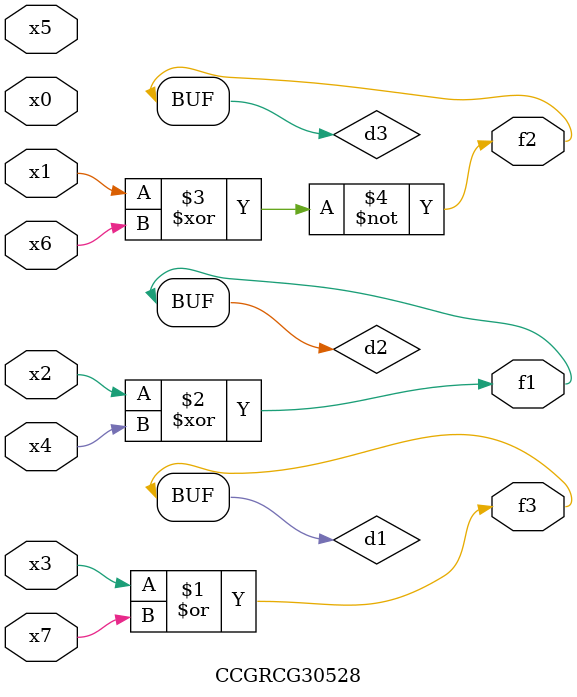
<source format=v>
module CCGRCG30528(
	input x0, x1, x2, x3, x4, x5, x6, x7,
	output f1, f2, f3
);

	wire d1, d2, d3;

	or (d1, x3, x7);
	xor (d2, x2, x4);
	xnor (d3, x1, x6);
	assign f1 = d2;
	assign f2 = d3;
	assign f3 = d1;
endmodule

</source>
